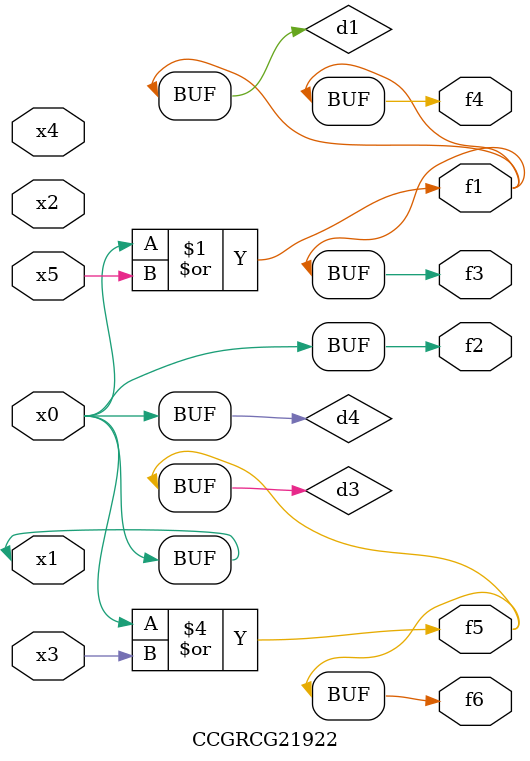
<source format=v>
module CCGRCG21922(
	input x0, x1, x2, x3, x4, x5,
	output f1, f2, f3, f4, f5, f6
);

	wire d1, d2, d3, d4;

	or (d1, x0, x5);
	xnor (d2, x1, x4);
	or (d3, x0, x3);
	buf (d4, x0, x1);
	assign f1 = d1;
	assign f2 = d4;
	assign f3 = d1;
	assign f4 = d1;
	assign f5 = d3;
	assign f6 = d3;
endmodule

</source>
